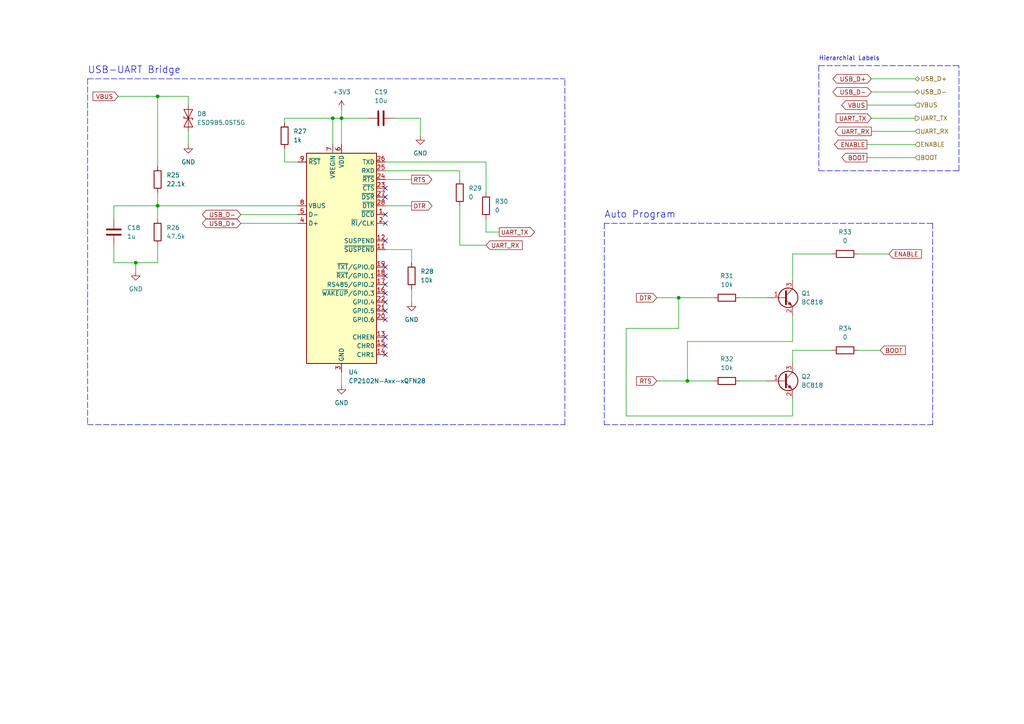
<source format=kicad_sch>
(kicad_sch (version 20211123) (generator eeschema)
  (paper "A4")
  (lib_symbols
    (symbol "Device:C" (pin_numbers hide) (pin_names (offset 0.254))
      (property "Reference" "C" (at 0.635 2.54 0))
      (property "Value" "C" (at 0.635 -2.54 0))
      (symbol "C_0_1"
        (polyline (pts (xy -2.032 -0.762) (xy 2.032 -0.762)) (stroke (width 0.508)))
        (polyline (pts (xy -2.032 0.762) (xy 2.032 0.762)) (stroke (width 0.508)))
      )
      (symbol "C_1_1"
        (pin passive line (at 0 3.81 270) (length 2.794) (name "~") (number "1"))
        (pin passive line (at 0 -3.81 90) (length 2.794) (name "~") (number "2"))
      )
    )
    (symbol "Device:R" (pin_numbers hide) (pin_names (offset 0))
      (property "Reference" "R" (at 2.032 0 90))
      (property "Value" "R" (at 0 0 90))
      (symbol "R_0_1"
        (rectangle (start -1.016 -2.54) (end 1.016 2.54) (stroke (width 0.254)))
      )
      (symbol "R_1_1"
        (pin passive line (at 0 3.81 270) (length 1.27) (name "~") (number "1"))
        (pin passive line (at 0 -3.81 90) (length 1.27) (name "~") (number "2"))
      )
    )
    (symbol "Diode:ESD9B5.0ST5G" (pin_numbers hide) (pin_names (offset 1.016) hide)
      (property "Reference" "D" (at 0 2.54 0))
      (property "Value" "ESD9B5.0ST5G" (at 0 -2.54 0))
      (symbol "ESD9B5.0ST5G_0_1"
        (polyline (pts (xy 1.27 0) (xy -1.27 0)))
        (polyline (pts (xy -2.54 -1.27) (xy 0 0) (xy -2.54 1.27) (xy -2.54 -1.27)) (stroke (width 0.2032)))
        (polyline (pts (xy 0.508 1.27) (xy 0 1.27) (xy 0 -1.27) (xy -0.508 -1.27)) (stroke (width 0.2032)))
        (polyline (pts (xy 2.54 1.27) (xy 2.54 -1.27) (xy 0 0) (xy 2.54 1.27)) (stroke (width 0.2032)))
      )
      (symbol "ESD9B5.0ST5G_1_1"
        (pin passive line (at -3.81 0 0) (length 2.54) (name "A1") (number "1"))
        (pin passive line (at 3.81 0 180) (length 2.54) (name "A2") (number "2"))
      )
    )
    (symbol "Interface_USB:CP2102N-Axx-xQFN28"
      (property "Reference" "U" (at -8.89 31.75 0))
      (property "Value" "CP2102N-Axx-xQFN28" (at 12.7 31.75 0))
      (symbol "CP2102N-Axx-xQFN28_0_1"
        (rectangle (start -10.16 30.48) (end 10.16 -30.48) (stroke (width 0.254)) (fill (type background)))
      )
      (symbol "CP2102N-Axx-xQFN28_1_1"
        (pin input line (at 12.7 12.7 180) (length 2.54) (name "~{DCD}") (number "1"))
        (pin no_connect line (at -10.16 -27.94 0) (length 2.54) hide (name "NC") (number "10"))
        (pin output line (at 12.7 2.54 180) (length 2.54) (name "~{SUSPEND}") (number "11"))
        (pin output line (at 12.7 5.08 180) (length 2.54) (name "SUSPEND") (number "12"))
        (pin output line (at 12.7 -22.86 180) (length 2.54) (name "CHREN") (number "13"))
        (pin output line (at 12.7 -27.94 180) (length 2.54) (name "CHR1") (number "14"))
        (pin output line (at 12.7 -25.4 180) (length 2.54) (name "CHR0") (number "15"))
        (pin bidirectional line (at 12.7 -10.16 180) (length 2.54) (name "~{WAKEUP}/GPIO.3") (number "16"))
        (pin bidirectional line (at 12.7 -7.62 180) (length 2.54) (name "RS485/GPIO.2") (number "17"))
        (pin bidirectional line (at 12.7 -5.08 180) (length 2.54) (name "~{RXT}/GPIO.1") (number "18"))
        (pin bidirectional line (at 12.7 -2.54 180) (length 2.54) (name "~{TXT}/GPIO.0") (number "19"))
        (pin bidirectional line (at 12.7 10.16 180) (length 2.54) (name "~{RI}/CLK") (number "2"))
        (pin bidirectional line (at 12.7 -17.78 180) (length 2.54) (name "GPIO.6") (number "20"))
        (pin bidirectional line (at 12.7 -15.24 180) (length 2.54) (name "GPIO.5") (number "21"))
        (pin bidirectional line (at 12.7 -12.7 180) (length 2.54) (name "GPIO.4") (number "22"))
        (pin input line (at 12.7 20.32 180) (length 2.54) (name "~{CTS}") (number "23"))
        (pin output line (at 12.7 22.86 180) (length 2.54) (name "~{RTS}") (number "24"))
        (pin input line (at 12.7 25.4 180) (length 2.54) (name "RXD") (number "25"))
        (pin output line (at 12.7 27.94 180) (length 2.54) (name "TXD") (number "26"))
        (pin input line (at 12.7 17.78 180) (length 2.54) (name "~{DSR}") (number "27"))
        (pin output line (at 12.7 15.24 180) (length 2.54) (name "~{DTR}") (number "28"))
        (pin passive line (at 0 -33.02 90) (length 2.54) hide (name "GND") (number "29"))
        (pin power_in line (at 0 -33.02 90) (length 2.54) (name "GND") (number "3"))
        (pin bidirectional line (at -12.7 10.16 0) (length 2.54) (name "D+") (number "4"))
        (pin bidirectional line (at -12.7 12.7 0) (length 2.54) (name "D-") (number "5"))
        (pin power_in line (at 0 33.02 270) (length 2.54) (name "VDD") (number "6"))
        (pin power_in line (at -2.54 33.02 270) (length 2.54) (name "VREGIN") (number "7"))
        (pin input line (at -12.7 15.24 0) (length 2.54) (name "VBUS") (number "8"))
        (pin input line (at -12.7 27.94 0) (length 2.54) (name "~{RST}") (number "9"))
      )
    )
    (symbol "Transistor_BJT:BC818" (pin_names (offset 0) hide)
      (property "Reference" "Q" (at 5.08 1.905 0))
      (property "Value" "BC818" (at 5.08 0 0))
      (symbol "BC818_0_1"
        (polyline (pts (xy 0.635 0.635) (xy 2.54 2.54)))
        (polyline (pts (xy 0.635 -0.635) (xy 2.54 -2.54) (xy 2.54 -2.54)))
        (polyline (pts (xy 0.635 1.905) (xy 0.635 -1.905) (xy 0.635 -1.905)) (stroke (width 0.508)))
        (polyline (pts (xy 1.27 -1.778) (xy 1.778 -1.27) (xy 2.286 -2.286) (xy 1.27 -1.778) (xy 1.27 -1.778)) (fill (type outline)))
        (circle (center 1.27 0) (radius 2.8194) (stroke (width 0.254)))
      )
      (symbol "BC818_1_1"
        (pin input line (at -5.08 0 0) (length 5.715) (name "B") (number "1"))
        (pin passive line (at 2.54 -5.08 90) (length 2.54) (name "E") (number "2"))
        (pin passive line (at 2.54 5.08 270) (length 2.54) (name "C") (number "3"))
      )
    )
    (symbol "power:+3.3V" (power) (pin_names (offset 0))
      (property "Value" "+3.3V" (at 0 3.556 0))
      (symbol "+3.3V_0_1"
        (polyline (pts (xy -0.762 1.27) (xy 0 2.54)))
        (polyline (pts (xy 0 0) (xy 0 2.54)))
        (polyline (pts (xy 0 2.54) (xy 0.762 1.27)))
      )
      (symbol "+3.3V_1_1"
        (pin power_in line (at 0 0 90) (length 0) hide (name "+3V3") (number "1"))
      )
    )
    (symbol "power:GND" (power) (pin_names (offset 0))
      (property "Value" "GND" (at 0 -3.81 0))
      (symbol "GND_0_1"
        (polyline (pts (xy 0 0) (xy 0 -1.27) (xy 1.27 -1.27) (xy 0 -2.54) (xy -1.27 -1.27) (xy 0 -1.27)))
      )
      (symbol "GND_1_1"
        (pin power_in line (at 0 0 270) (length 0) hide (name "GND") (number "1"))
      )
    )
  )
  (junction (at 196.85 86.36))
  (junction (at 96.52 34.29))
  (junction (at 45.72 27.94))
  (junction (at 199.39 110.49))
  (junction (at 39.37 76.2))
  (junction (at 45.72 59.69))
  (junction (at 99.06 34.29))
  (no_connect (at 111.76 85.09))
  (no_connect (at 111.76 97.79))
  (no_connect (at 111.76 69.85))
  (no_connect (at 111.76 92.71))
  (no_connect (at 111.76 80.01))
  (no_connect (at 111.76 82.55))
  (no_connect (at 111.76 87.63))
  (no_connect (at 111.76 100.33))
  (no_connect (at 111.76 57.15))
  (no_connect (at 111.76 54.61))
  (no_connect (at 111.76 64.77))
  (no_connect (at 111.76 77.47))
  (no_connect (at 111.76 90.17))
  (no_connect (at 111.76 62.23))
  (no_connect (at 111.76 102.87))
  (wire (pts (xy 45.72 71.12) (xy 45.72 76.2)))
  (wire (pts (xy 140.97 46.99) (xy 140.97 55.88)))
  (wire (pts (xy 241.3 101.6) (xy 229.87 101.6)))
  (wire (pts (xy 252.73 34.29) (xy 265.43 34.29)))
  (wire (pts (xy 251.46 45.72) (xy 265.43 45.72)))
  (wire (pts (xy 45.72 55.88) (xy 45.72 59.69)))
  (wire (pts (xy 241.3 73.66) (xy 229.87 73.66)))
  (wire (pts (xy 33.02 71.12) (xy 33.02 76.2)))
  (polyline (pts (xy 163.83 123.19) (xy 163.83 22.86)))
  (wire (pts (xy 96.52 34.29) (xy 99.06 34.29)))
  (polyline (pts (xy 25.4 22.86) (xy 25.4 123.19)))
  (wire (pts (xy 251.46 30.48) (xy 265.43 30.48)))
  (wire (pts (xy 196.85 95.25) (xy 196.85 86.36)))
  (wire (pts (xy 121.92 34.29) (xy 121.92 39.37)))
  (wire (pts (xy 199.39 110.49) (xy 207.01 110.49)))
  (wire (pts (xy 199.39 99.06) (xy 199.39 110.49)))
  (polyline (pts (xy 25.4 22.86) (xy 163.83 22.86)))
  (wire (pts (xy 82.55 46.99) (xy 82.55 43.18)))
  (wire (pts (xy 248.92 73.66) (xy 257.81 73.66)))
  (wire (pts (xy 111.76 49.53) (xy 133.35 49.53)))
  (wire (pts (xy 229.87 120.65) (xy 181.61 120.65)))
  (wire (pts (xy 34.29 27.94) (xy 45.72 27.94)))
  (wire (pts (xy 33.02 59.69) (xy 45.72 59.69)))
  (wire (pts (xy 82.55 35.56) (xy 82.55 34.29)))
  (polyline (pts (xy 278.13 49.53) (xy 278.13 19.05)))
  (wire (pts (xy 54.61 38.1) (xy 54.61 41.91)))
  (wire (pts (xy 119.38 72.39) (xy 119.38 76.2)))
  (wire (pts (xy 248.92 101.6) (xy 255.27 101.6)))
  (wire (pts (xy 33.02 63.5) (xy 33.02 59.69)))
  (wire (pts (xy 181.61 120.65) (xy 181.61 95.25)))
  (wire (pts (xy 119.38 83.82) (xy 119.38 87.63)))
  (wire (pts (xy 252.73 22.86) (xy 265.43 22.86)))
  (wire (pts (xy 45.72 27.94) (xy 45.72 48.26)))
  (wire (pts (xy 140.97 63.5) (xy 140.97 67.31)))
  (wire (pts (xy 251.46 41.91) (xy 265.43 41.91)))
  (wire (pts (xy 190.5 110.49) (xy 199.39 110.49)))
  (polyline (pts (xy 270.51 64.77) (xy 270.51 123.19)))
  (wire (pts (xy 86.36 46.99) (xy 82.55 46.99)))
  (wire (pts (xy 133.35 59.69) (xy 133.35 71.12)))
  (wire (pts (xy 229.87 73.66) (xy 229.87 81.28)))
  (wire (pts (xy 111.76 59.69) (xy 119.38 59.69)))
  (wire (pts (xy 39.37 76.2) (xy 39.37 78.74)))
  (polyline (pts (xy 25.4 123.19) (xy 163.83 123.19)))
  (wire (pts (xy 69.85 64.77) (xy 86.36 64.77)))
  (wire (pts (xy 96.52 41.91) (xy 96.52 34.29)))
  (wire (pts (xy 229.87 115.57) (xy 229.87 120.65)))
  (wire (pts (xy 190.5 86.36) (xy 196.85 86.36)))
  (wire (pts (xy 133.35 71.12) (xy 140.97 71.12)))
  (wire (pts (xy 99.06 34.29) (xy 106.68 34.29)))
  (wire (pts (xy 45.72 59.69) (xy 86.36 59.69)))
  (wire (pts (xy 252.73 26.67) (xy 265.43 26.67)))
  (wire (pts (xy 214.63 110.49) (xy 222.25 110.49)))
  (wire (pts (xy 99.06 107.95) (xy 99.06 111.76)))
  (polyline (pts (xy 237.49 19.05) (xy 278.13 19.05)))
  (wire (pts (xy 181.61 95.25) (xy 196.85 95.25)))
  (polyline (pts (xy 270.51 64.77) (xy 175.26 64.77)))
  (wire (pts (xy 229.87 91.44) (xy 229.87 99.06)))
  (wire (pts (xy 229.87 101.6) (xy 229.87 105.41)))
  (wire (pts (xy 54.61 27.94) (xy 45.72 27.94)))
  (wire (pts (xy 111.76 72.39) (xy 119.38 72.39)))
  (wire (pts (xy 99.06 34.29) (xy 99.06 41.91)))
  (wire (pts (xy 111.76 46.99) (xy 140.97 46.99)))
  (wire (pts (xy 140.97 67.31) (xy 144.78 67.31)))
  (wire (pts (xy 54.61 30.48) (xy 54.61 27.94)))
  (wire (pts (xy 45.72 59.69) (xy 45.72 63.5)))
  (wire (pts (xy 45.72 76.2) (xy 39.37 76.2)))
  (wire (pts (xy 82.55 34.29) (xy 96.52 34.29)))
  (wire (pts (xy 214.63 86.36) (xy 222.25 86.36)))
  (wire (pts (xy 229.87 99.06) (xy 199.39 99.06)))
  (polyline (pts (xy 237.49 19.05) (xy 237.49 49.53)))
  (polyline (pts (xy 237.49 49.53) (xy 278.13 49.53)))
  (wire (pts (xy 33.02 76.2) (xy 39.37 76.2)))
  (wire (pts (xy 69.85 62.23) (xy 86.36 62.23)))
  (wire (pts (xy 114.3 34.29) (xy 121.92 34.29)))
  (polyline (pts (xy 175.26 123.19) (xy 270.51 123.19)))
  (wire (pts (xy 133.35 49.53) (xy 133.35 52.07)))
  (wire (pts (xy 111.76 52.07) (xy 119.38 52.07)))
  (wire (pts (xy 196.85 86.36) (xy 207.01 86.36)))
  (wire (pts (xy 99.06 31.75) (xy 99.06 34.29)))
  (wire (pts (xy 252.73 38.1) (xy 265.43 38.1)))
  (polyline (pts (xy 175.26 64.77) (xy 175.26 123.19)))
  (text "Auto Program" (at 175.26 63.5 0) (effects (font (size 2 2)) (justify left bottom)))
  (text "Hierarchial Labels" (at 237.49 17.78 0) (effects (font (size 1.27 1.27)) (justify left bottom)))
  (text "USB-UART Bridge" (at 25.4 21.59 0) (effects (font (size 2 2)) (justify left bottom)))
  (global_label "ENABLE" (shape input) (at 257.81 73.66 0) (property "Intersheet References" "${INTERSHEET_REFS}" (effects hide)))
  (global_label "VBUS" (shape input) (at 34.29 27.94 180) (property "Intersheet References" "${INTERSHEET_REFS}" (effects hide)))
  (global_label "RTS" (shape output) (at 119.38 52.07 0) (property "Intersheet References" "${INTERSHEET_REFS}" (effects hide)))
  (global_label "BOOT" (shape input) (at 255.27 101.6 0) (property "Intersheet References" "${INTERSHEET_REFS}" (effects hide)))
  (global_label "BOOT" (shape output) (at 251.46 45.72 180) (property "Intersheet References" "${INTERSHEET_REFS}" (effects hide)))
  (global_label "VBUS" (shape output) (at 251.46 30.48 180) (property "Intersheet References" "${INTERSHEET_REFS}" (effects hide)))
  (global_label "RTS" (shape input) (at 190.5 110.49 180) (property "Intersheet References" "${INTERSHEET_REFS}" (effects hide)))
  (global_label "UART_TX" (shape input) (at 252.73 34.29 180) (property "Intersheet References" "${INTERSHEET_REFS}" (effects hide)))
  (global_label "USB_D+" (shape bidirectional) (at 252.73 22.86 180) (property "Intersheet References" "${INTERSHEET_REFS}" (effects hide)))
  (global_label "USB_D-" (shape bidirectional) (at 69.85 62.23 180) (property "Intersheet References" "${INTERSHEET_REFS}" (effects hide)))
  (global_label "DTR" (shape input) (at 190.5 86.36 180) (property "Intersheet References" "${INTERSHEET_REFS}" (effects hide)))
  (global_label "ENABLE" (shape output) (at 251.46 41.91 180) (property "Intersheet References" "${INTERSHEET_REFS}" (effects hide)))
  (global_label "UART_RX" (shape output) (at 252.73 38.1 180) (property "Intersheet References" "${INTERSHEET_REFS}" (effects hide)))
  (global_label "USB_D+" (shape bidirectional) (at 69.85 64.77 180) (property "Intersheet References" "${INTERSHEET_REFS}" (effects hide)))
  (global_label "DTR" (shape output) (at 119.38 59.69 0) (property "Intersheet References" "${INTERSHEET_REFS}" (effects hide)))
  (global_label "USB_D-" (shape bidirectional) (at 252.73 26.67 180) (property "Intersheet References" "${INTERSHEET_REFS}" (effects hide)))
  (global_label "UART_TX" (shape output) (at 144.78 67.31 0) (property "Intersheet References" "${INTERSHEET_REFS}" (effects hide)))
  (global_label "UART_RX" (shape input) (at 140.97 71.12 0) (property "Intersheet References" "${INTERSHEET_REFS}" (effects hide)))
  (hierarchical_label "USB_D-" (shape bidirectional) (at 265.43 26.67 0))
  (hierarchical_label "UART_TX" (shape output) (at 265.43 34.29 0))
  (hierarchical_label "VBUS" (shape input) (at 265.43 30.48 0))
  (hierarchical_label "USB_D+" (shape bidirectional) (at 265.43 22.86 0))
  (hierarchical_label "UART_RX" (shape input) (at 265.43 38.1 0))
  (hierarchical_label "ENABLE" (shape input) (at 265.43 41.91 0))
  (hierarchical_label "BOOT" (shape input) (at 265.43 45.72 0))
  (symbol (lib_id "Transistor_BJT:BC818") (at 227.33 110.49 0) (unit 1)
    (property "Reference" "Q2" (at 232.41 109.2199 0) (effects (justify left)))
    (property "Value" "BC818" (at 232.41 111.7599 0) (effects (justify left)))
    (property "Footprint" "Package_TO_SOT_SMD:SOT-23" (effects hide))
    (property "Datasheet" "https://www.onsemi.com/pub/Collateral/BC818-D.pdf" (effects hide))
  )
  (symbol (lib_id "Device:R") (at 45.72 67.31 0) (unit 1)
    (property "Reference" "R26" (at 48.26 66.0399 0) (effects (justify left)))
    (property "Value" "47.5k" (at 48.26 68.5799 0) (effects (justify left)))
    (property "Footprint" "Resistor_SMD:R_0805_2012Metric_Pad1.20x1.40mm_HandSolder" (effects hide))
  )
  (symbol (lib_id "power:GND") (at 121.92 39.37 0) (unit 1)
    (property "Reference" "#PWR054" (effects hide))
    (property "Value" "GND" (at 121.92 44.45 0))
  )
  (symbol (lib_id "Device:R") (at 210.82 110.49 90) (unit 1)
    (property "Reference" "R32" (at 210.82 104.14 90))
    (property "Value" "10k" (at 210.82 106.68 90))
    (property "Footprint" "Resistor_SMD:R_0805_2012Metric_Pad1.20x1.40mm_HandSolder" (effects hide))
  )
  (symbol (lib_id "Device:C") (at 33.02 67.31 180) (unit 1)
    (property "Reference" "C18" (at 36.83 66.0399 0) (effects (justify right)))
    (property "Value" "1u" (at 36.83 68.5799 0) (effects (justify right)))
    (property "Footprint" "Capacitor_SMD:C_0805_2012Metric_Pad1.18x1.45mm_HandSolder" (effects hide))
  )
  (symbol (lib_id "Device:R") (at 45.72 52.07 0) (unit 1)
    (property "Reference" "R25" (at 48.26 50.7999 0) (effects (justify left)))
    (property "Value" "22.1k" (at 48.26 53.3399 0) (effects (justify left)))
    (property "Footprint" "Resistor_SMD:R_0805_2012Metric_Pad1.20x1.40mm_HandSolder" (effects hide))
  )
  (symbol (lib_id "power:GND") (at 54.61 41.91 0) (unit 1)
    (property "Reference" "#PWR050" (effects hide))
    (property "Value" "GND" (at 54.61 46.99 0))
  )
  (symbol (lib_id "Device:R") (at 82.55 39.37 0) (unit 1)
    (property "Reference" "R27" (at 85.09 38.0999 0) (effects (justify left)))
    (property "Value" "1k" (at 85.09 40.6399 0) (effects (justify left)))
    (property "Footprint" "Resistor_SMD:R_0805_2012Metric_Pad1.20x1.40mm_HandSolder" (effects hide))
  )
  (symbol (lib_id "Device:C") (at 110.49 34.29 90) (unit 1)
    (property "Reference" "C19" (at 110.49 26.67 90))
    (property "Value" "10u" (at 110.49 29.21 90))
    (property "Footprint" "Capacitor_SMD:C_0805_2012Metric_Pad1.18x1.45mm_HandSolder" (effects hide))
  )
  (symbol (lib_id "power:GND") (at 39.37 78.74 0) (unit 1)
    (property "Reference" "#PWR049" (effects hide))
    (property "Value" "GND" (at 39.37 83.82 0))
  )
  (symbol (lib_id "Device:R") (at 119.38 80.01 180) (unit 1)
    (property "Reference" "R28" (at 121.92 78.7399 0) (effects (justify right)))
    (property "Value" "10k" (at 121.92 81.2799 0) (effects (justify right)))
    (property "Footprint" "Resistor_SMD:R_0805_2012Metric_Pad1.20x1.40mm_HandSolder" (effects hide))
  )
  (symbol (lib_id "Diode:ESD9B5.0ST5G") (at 54.61 34.29 270) (unit 1)
    (property "Reference" "D8" (at 57.15 33.0199 90) (effects (justify left)))
    (property "Value" "ESD9B5.0ST5G" (at 57.15 35.5599 90) (effects (justify left)))
    (property "Footprint" "Diode_SMD:D_SOD-923" (effects hide))
    (property "Datasheet" "https://www.onsemi.com/pub/Collateral/ESD9B-D.PDF" (effects hide))
  )
  (symbol (lib_id "power:GND") (at 99.06 111.76 0) (unit 1)
    (property "Reference" "#PWR052" (effects hide))
    (property "Value" "GND" (at 99.06 116.84 0))
  )
  (symbol (lib_id "Device:R") (at 133.35 55.88 180) (unit 1)
    (property "Reference" "R29" (at 135.89 54.6099 0) (effects (justify right)))
    (property "Value" "0" (at 135.89 57.1499 0) (effects (justify right)))
    (property "Footprint" "Resistor_SMD:R_0805_2012Metric_Pad1.20x1.40mm_HandSolder" (effects hide))
  )
  (symbol (lib_id "Device:R") (at 245.11 73.66 90) (unit 1)
    (property "Reference" "R33" (at 245.11 67.31 90))
    (property "Value" "0" (at 245.11 69.85 90))
    (property "Footprint" "Resistor_SMD:R_0805_2012Metric_Pad1.20x1.40mm_HandSolder" (effects hide))
  )
  (symbol (lib_id "Interface_USB:CP2102N-Axx-xQFN28") (at 99.06 74.93 0) (unit 1)
    (property "Reference" "U4" (at 101.0794 107.95 0) (effects (justify left)))
    (property "Value" "CP2102N-Axx-xQFN28" (at 101.0794 110.49 0) (effects (justify left)))
    (property "Footprint" "Package_DFN_QFN:QFN-28-1EP_5x5mm_P0.5mm_EP3.35x3.35mm" (effects hide))
    (property "Datasheet" "https://www.silabs.com/documents/public/data-sheets/cp2102n-datasheet.pdf" (effects hide))
  )
  (symbol (lib_id "Device:R") (at 210.82 86.36 90) (unit 1)
    (property "Reference" "R31" (at 210.82 80.01 90))
    (property "Value" "10k" (at 210.82 82.55 90))
    (property "Footprint" "Resistor_SMD:R_0805_2012Metric_Pad1.20x1.40mm_HandSolder" (effects hide))
  )
  (symbol (lib_id "Device:R") (at 245.11 101.6 90) (unit 1)
    (property "Reference" "R34" (at 245.11 95.25 90))
    (property "Value" "0" (at 245.11 97.79 90))
    (property "Footprint" "Resistor_SMD:R_0805_2012Metric_Pad1.20x1.40mm_HandSolder" (effects hide))
  )
  (symbol (lib_id "power:+3.3V") (at 99.06 31.75 0) (unit 1)
    (property "Reference" "#PWR051" (effects hide))
    (property "Value" "+3.3V" (at 99.06 26.67 0))
  )
  (symbol (lib_id "power:GND") (at 119.38 87.63 0) (unit 1)
    (property "Reference" "#PWR053" (effects hide))
    (property "Value" "GND" (at 119.38 92.71 0))
  )
  (symbol (lib_id "Transistor_BJT:BC818") (at 227.33 86.36 0) (unit 1)
    (property "Reference" "Q1" (at 232.41 85.0899 0) (effects (justify left)))
    (property "Value" "BC818" (at 232.41 87.6299 0) (effects (justify left)))
    (property "Footprint" "Package_TO_SOT_SMD:SOT-23" (effects hide))
    (property "Datasheet" "https://www.onsemi.com/pub/Collateral/BC818-D.pdf" (effects hide))
  )
  (symbol (lib_id "Device:R") (at 140.97 59.69 180) (unit 1)
    (property "Reference" "R30" (at 143.51 58.4199 0) (effects (justify right)))
    (property "Value" "0" (at 143.51 60.9599 0) (effects (justify right)))
    (property "Footprint" "Resistor_SMD:R_0805_2012Metric_Pad1.20x1.40mm_HandSolder" (effects hide))
  )
)
</source>
